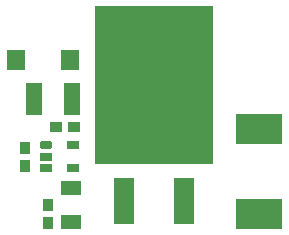
<source format=gtp>
%FSLAX44Y44*%
%MOMM*%
G71*
G01*
G75*
G04 Layer_Color=8421504*
%ADD10R,1.7000X1.2500*%
%ADD11R,10.0000X13.5000*%
%ADD12R,1.8000X4.0000*%
G04:AMPARAMS|DCode=13|XSize=0.7mm|YSize=1.1mm|CornerRadius=0mm|HoleSize=0mm|Usage=FLASHONLY|Rotation=270.000|XOffset=0mm|YOffset=0mm|HoleType=Round|Shape=Octagon|*
%AMOCTAGOND13*
4,1,8,0.5500,0.1750,0.5500,-0.1750,0.3750,-0.3500,-0.3750,-0.3500,-0.5500,-0.1750,-0.5500,0.1750,-0.3750,0.3500,0.3750,0.3500,0.5500,0.1750,0.0*
%
%ADD13OCTAGOND13*%

%ADD14R,1.1000X0.7000*%
%ADD15R,0.9500X1.0000*%
%ADD16R,4.0000X2.5000*%
%ADD17R,1.6000X1.8000*%
%ADD18R,1.4500X2.8000*%
%ADD19R,1.1000X0.9500*%
%ADD20C,0.5000*%
%ADD21C,1.0000*%
%ADD22C,0.6800*%
%ADD23C,0.3000*%
%ADD24R,1.6000X1.6000*%
%ADD25C,3.6000*%
%ADD26O,3.5000X3.0000*%
%ADD27R,3.5000X3.0000*%
%ADD28C,0.8000*%
%ADD29C,0.2000*%
%ADD30C,0.0254*%
D10*
X210750Y87200D02*
D03*
Y58700D02*
D03*
D11*
X280750Y174949D02*
D03*
D12*
X306150Y76250D02*
D03*
X255250D02*
D03*
D13*
X189250Y123500D02*
D03*
D14*
Y104500D02*
D03*
X189250Y113980D02*
D03*
X212750Y104500D02*
D03*
Y123500D02*
D03*
D15*
X171750Y121730D02*
D03*
Y105730D02*
D03*
X191500Y57450D02*
D03*
Y73450D02*
D03*
D16*
X369500Y137310D02*
D03*
X369500Y65450D02*
D03*
D17*
X164390Y196000D02*
D03*
X210110D02*
D03*
D18*
X179250Y163250D02*
D03*
X211250D02*
D03*
D19*
X213000Y138750D02*
D03*
X198000D02*
D03*
M02*

</source>
